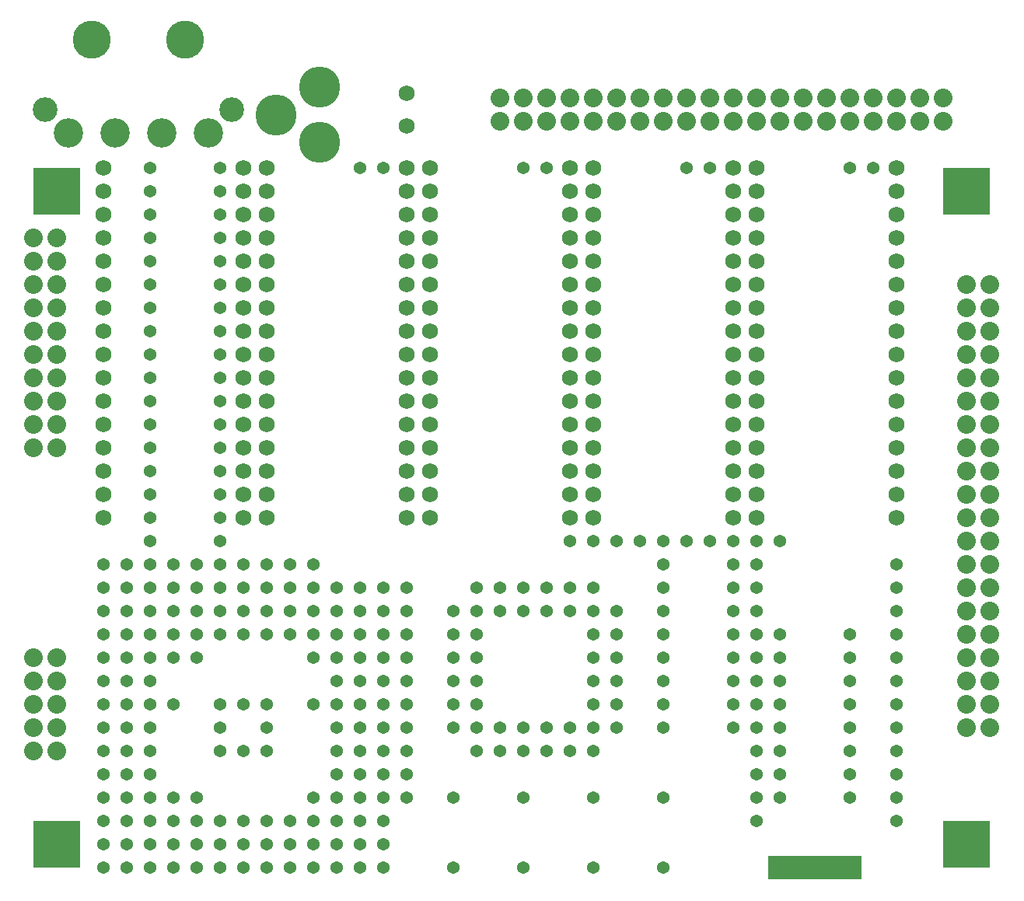
<source format=gbr>
G04 EAGLE Gerber RS-274X export*
G75*
%MOMM*%
%FSLAX34Y34*%
%LPD*%
%INSoldermask Top*%
%IPPOS*%
%AMOC8*
5,1,8,0,0,1.08239X$1,22.5*%
G01*
%ADD10C,4.152400*%
%ADD11R,10.160000X2.540000*%
%ADD12R,5.080000X5.080000*%
%ADD13C,1.371600*%
%ADD14C,1.752600*%
%ADD15C,2.032000*%
%ADD16C,2.692400*%
%ADD17C,4.140200*%
%ADD18C,3.200400*%
%ADD19C,4.470400*%


D10*
X38100Y749300D03*
X38100Y38100D03*
X1028700Y38100D03*
X1028700Y749300D03*
D11*
X863600Y12700D03*
D12*
X38100Y749300D03*
X38100Y38100D03*
X1028700Y38100D03*
X1028700Y749300D03*
D13*
X88900Y317500D03*
X114300Y317500D03*
X139700Y317500D03*
X165100Y317500D03*
X190500Y317500D03*
X215900Y317500D03*
X241300Y317500D03*
X266700Y317500D03*
X292100Y317500D03*
X317500Y317500D03*
X342900Y317500D03*
X368300Y317500D03*
X393700Y317500D03*
X393700Y292100D03*
X88900Y38100D03*
X88900Y63500D03*
X88900Y88900D03*
X88900Y114300D03*
X88900Y139700D03*
X88900Y165100D03*
X88900Y190500D03*
X88900Y215900D03*
X88900Y241300D03*
X88900Y292100D03*
X114300Y292100D03*
X139700Y292100D03*
X165100Y292100D03*
X190500Y292100D03*
X215900Y292100D03*
X241300Y292100D03*
X266700Y292100D03*
X292100Y292100D03*
X317500Y292100D03*
X342900Y292100D03*
X368300Y292100D03*
X393700Y241300D03*
X393700Y215900D03*
X393700Y190500D03*
X393700Y165100D03*
X393700Y139700D03*
X393700Y114300D03*
X393700Y88900D03*
X393700Y63500D03*
X393700Y38100D03*
X114300Y38100D03*
X114300Y63500D03*
X114300Y88900D03*
X114300Y114300D03*
X114300Y139700D03*
X114300Y165100D03*
X114300Y190500D03*
X114300Y215900D03*
X114300Y241300D03*
X114300Y12700D03*
X393700Y12700D03*
X368300Y12700D03*
X342900Y12700D03*
X317500Y12700D03*
X292100Y12700D03*
X266700Y12700D03*
X241300Y12700D03*
X215900Y12700D03*
X190500Y12700D03*
X165100Y12700D03*
X139700Y12700D03*
X393700Y266700D03*
X88900Y266700D03*
X368300Y266700D03*
X342900Y266700D03*
X317500Y266700D03*
X292100Y266700D03*
X266700Y266700D03*
X241300Y266700D03*
X215900Y266700D03*
X190500Y266700D03*
X165100Y266700D03*
X139700Y266700D03*
X114300Y266700D03*
X88900Y12700D03*
X139700Y38100D03*
X139700Y63500D03*
X139700Y88900D03*
X139700Y114300D03*
X139700Y139700D03*
X139700Y165100D03*
X139700Y190500D03*
X139700Y215900D03*
X139700Y241300D03*
X368300Y38100D03*
X368300Y63500D03*
X368300Y88900D03*
X368300Y114300D03*
X368300Y139700D03*
X368300Y165100D03*
X368300Y190500D03*
X368300Y215900D03*
X368300Y241300D03*
X165100Y38100D03*
X190500Y38100D03*
X215900Y38100D03*
X241300Y38100D03*
X266700Y38100D03*
X292100Y38100D03*
X317500Y38100D03*
X342900Y38100D03*
X342900Y63500D03*
X317500Y63500D03*
X292100Y63500D03*
X266700Y63500D03*
X241300Y63500D03*
X215900Y63500D03*
X190500Y63500D03*
X165100Y63500D03*
X342900Y165100D03*
X342900Y88900D03*
X342900Y114300D03*
X342900Y139700D03*
X342900Y190500D03*
X342900Y215900D03*
X342900Y241300D03*
X317500Y241300D03*
X317500Y88900D03*
X165100Y88900D03*
X165100Y241300D03*
X190500Y241300D03*
X317500Y190500D03*
X190500Y88900D03*
X165100Y190500D03*
X571500Y292100D03*
X546100Y317500D03*
X546100Y292100D03*
X520700Y317500D03*
X520700Y292100D03*
X495300Y317500D03*
X469900Y292100D03*
X495300Y292100D03*
X469900Y266700D03*
X495300Y266700D03*
X469900Y241300D03*
X495300Y241300D03*
X469900Y215900D03*
X495300Y215900D03*
X469900Y190500D03*
X495300Y190500D03*
X469900Y165100D03*
X495300Y139700D03*
X495300Y165100D03*
X520700Y139700D03*
X520700Y165100D03*
X546100Y139700D03*
X546100Y165100D03*
X571500Y139700D03*
X571500Y165100D03*
X596900Y139700D03*
X596900Y165100D03*
X622300Y139700D03*
X647700Y165100D03*
X622300Y165100D03*
X647700Y190500D03*
X622300Y190500D03*
X647700Y215900D03*
X622300Y215900D03*
X647700Y241300D03*
X622300Y241300D03*
X647700Y266700D03*
X622300Y266700D03*
X647700Y292100D03*
X622300Y317500D03*
X622300Y292100D03*
X596900Y317500D03*
X596900Y292100D03*
X571500Y317500D03*
D14*
X88900Y774700D03*
X88900Y749300D03*
X88900Y723900D03*
X88900Y698500D03*
X88900Y673100D03*
X88900Y647700D03*
X88900Y622300D03*
X88900Y596900D03*
X88900Y571500D03*
X88900Y546100D03*
X88900Y520700D03*
X88900Y495300D03*
X88900Y469900D03*
X88900Y444500D03*
X88900Y419100D03*
X88900Y393700D03*
X241300Y393700D03*
X241300Y419100D03*
X241300Y444500D03*
X241300Y469900D03*
X241300Y495300D03*
X241300Y520700D03*
X241300Y546100D03*
X241300Y571500D03*
X241300Y596900D03*
X241300Y622300D03*
X241300Y647700D03*
X241300Y673100D03*
X241300Y698500D03*
X241300Y723900D03*
X241300Y749300D03*
X241300Y774700D03*
X800100Y774700D03*
X800100Y749300D03*
X800100Y723900D03*
X800100Y698500D03*
X800100Y673100D03*
X800100Y647700D03*
X800100Y622300D03*
X800100Y596900D03*
X800100Y571500D03*
X800100Y546100D03*
X800100Y520700D03*
X800100Y495300D03*
X800100Y469900D03*
X800100Y444500D03*
X800100Y419100D03*
X800100Y393700D03*
X952500Y393700D03*
X952500Y419100D03*
X952500Y444500D03*
X952500Y469900D03*
X952500Y495300D03*
X952500Y520700D03*
X952500Y546100D03*
X952500Y571500D03*
X952500Y596900D03*
X952500Y622300D03*
X952500Y647700D03*
X952500Y673100D03*
X952500Y698500D03*
X952500Y723900D03*
X952500Y749300D03*
X952500Y774700D03*
X622300Y774700D03*
X622300Y749300D03*
X622300Y723900D03*
X622300Y698500D03*
X622300Y673100D03*
X622300Y647700D03*
X622300Y622300D03*
X622300Y596900D03*
X622300Y571500D03*
X622300Y546100D03*
X622300Y520700D03*
X622300Y495300D03*
X622300Y469900D03*
X622300Y444500D03*
X622300Y419100D03*
X622300Y393700D03*
X774700Y393700D03*
X774700Y419100D03*
X774700Y444500D03*
X774700Y469900D03*
X774700Y495300D03*
X774700Y520700D03*
X774700Y546100D03*
X774700Y571500D03*
X774700Y596900D03*
X774700Y622300D03*
X774700Y647700D03*
X774700Y673100D03*
X774700Y698500D03*
X774700Y723900D03*
X774700Y749300D03*
X774700Y774700D03*
X444500Y774700D03*
X444500Y749300D03*
X444500Y723900D03*
X444500Y698500D03*
X444500Y673100D03*
X444500Y647700D03*
X444500Y622300D03*
X444500Y596900D03*
X444500Y571500D03*
X444500Y546100D03*
X444500Y520700D03*
X444500Y495300D03*
X444500Y469900D03*
X444500Y444500D03*
X444500Y419100D03*
X444500Y393700D03*
X596900Y393700D03*
X596900Y419100D03*
X596900Y444500D03*
X596900Y469900D03*
X596900Y495300D03*
X596900Y520700D03*
X596900Y546100D03*
X596900Y571500D03*
X596900Y596900D03*
X596900Y622300D03*
X596900Y647700D03*
X596900Y673100D03*
X596900Y698500D03*
X596900Y723900D03*
X596900Y749300D03*
X596900Y774700D03*
X266700Y774700D03*
X266700Y749300D03*
X266700Y723900D03*
X266700Y698500D03*
X266700Y673100D03*
X266700Y647700D03*
X266700Y622300D03*
X266700Y596900D03*
X266700Y571500D03*
X266700Y546100D03*
X266700Y520700D03*
X266700Y495300D03*
X266700Y469900D03*
X266700Y444500D03*
X266700Y419100D03*
X266700Y393700D03*
X419100Y393700D03*
X419100Y419100D03*
X419100Y444500D03*
X419100Y469900D03*
X419100Y495300D03*
X419100Y520700D03*
X419100Y546100D03*
X419100Y571500D03*
X419100Y596900D03*
X419100Y622300D03*
X419100Y647700D03*
X419100Y673100D03*
X419100Y698500D03*
X419100Y723900D03*
X419100Y749300D03*
X419100Y774700D03*
D13*
X469900Y12700D03*
X546100Y12700D03*
X546100Y88900D03*
X469900Y88900D03*
D15*
X1054100Y165100D03*
X1028700Y165100D03*
X1054100Y190500D03*
X1028700Y190500D03*
X1054100Y215900D03*
X1028700Y215900D03*
X1054100Y241300D03*
X1028700Y241300D03*
X1054100Y266700D03*
X1028700Y266700D03*
X1054100Y292100D03*
X1028700Y292100D03*
X1054100Y317500D03*
X1028700Y317500D03*
X1054100Y342900D03*
X1028700Y342900D03*
X1054100Y368300D03*
X1028700Y368300D03*
X1054100Y393700D03*
X1028700Y393700D03*
X1054100Y419100D03*
X1028700Y419100D03*
X1054100Y444500D03*
X1028700Y444500D03*
X1054100Y469900D03*
X1028700Y469900D03*
X1054100Y495300D03*
X1028700Y495300D03*
X1054100Y520700D03*
X1028700Y520700D03*
X1054100Y546100D03*
X1028700Y546100D03*
X1054100Y571500D03*
X1028700Y571500D03*
X1054100Y596900D03*
X1028700Y596900D03*
X1054100Y622300D03*
X1028700Y622300D03*
X1054100Y647700D03*
X1028700Y647700D03*
D13*
X88900Y342900D03*
X114300Y342900D03*
X139700Y342900D03*
X165100Y342900D03*
X190500Y342900D03*
X215900Y342900D03*
X241300Y342900D03*
X266700Y342900D03*
X292100Y342900D03*
X317500Y342900D03*
D15*
X38100Y241300D03*
X12700Y241300D03*
X38100Y215900D03*
X12700Y215900D03*
X38100Y190500D03*
X12700Y190500D03*
X38100Y165100D03*
X12700Y165100D03*
X38100Y139700D03*
X12700Y139700D03*
D13*
X622300Y12700D03*
X698500Y12700D03*
X698500Y88900D03*
X622300Y88900D03*
X698500Y342900D03*
X698500Y317500D03*
X698500Y292100D03*
X698500Y266700D03*
X698500Y241300D03*
X698500Y215900D03*
X698500Y190500D03*
X698500Y165100D03*
X774700Y165100D03*
X774700Y190500D03*
X774700Y215900D03*
X774700Y241300D03*
X774700Y266700D03*
X774700Y292100D03*
X774700Y317500D03*
X774700Y342900D03*
X698500Y368300D03*
X723900Y368300D03*
X749300Y368300D03*
X774700Y368300D03*
X673100Y368300D03*
X647700Y368300D03*
X800100Y368300D03*
X825500Y368300D03*
X419100Y317500D03*
X419100Y292100D03*
X419100Y266700D03*
X419100Y241300D03*
X419100Y215900D03*
X419100Y190500D03*
X419100Y165100D03*
X419100Y139700D03*
X419100Y114300D03*
X419100Y88900D03*
X266700Y139700D03*
X241300Y139700D03*
X215900Y139700D03*
X215900Y165100D03*
X215900Y190500D03*
X241300Y190500D03*
X266700Y190500D03*
X266700Y165100D03*
X800100Y342900D03*
X800100Y317500D03*
X800100Y190500D03*
X800100Y165100D03*
X800100Y292100D03*
X800100Y266700D03*
X800100Y215900D03*
X800100Y241300D03*
X800100Y139700D03*
X800100Y114300D03*
X800100Y88900D03*
X800100Y63500D03*
X952500Y63500D03*
X952500Y88900D03*
X952500Y114300D03*
X952500Y139700D03*
X952500Y165100D03*
X952500Y190500D03*
X952500Y215900D03*
X952500Y241300D03*
X952500Y266700D03*
X952500Y292100D03*
X952500Y317500D03*
X952500Y342900D03*
X825500Y266700D03*
X825500Y241300D03*
X825500Y114300D03*
X825500Y88900D03*
X825500Y215900D03*
X825500Y190500D03*
X825500Y139700D03*
X825500Y165100D03*
X901700Y88900D03*
X901700Y114300D03*
X901700Y139700D03*
X901700Y165100D03*
X901700Y190500D03*
X901700Y215900D03*
X901700Y241300D03*
X901700Y266700D03*
X139700Y596900D03*
X139700Y571500D03*
X139700Y444500D03*
X139700Y419100D03*
X139700Y546100D03*
X139700Y520700D03*
X139700Y469900D03*
X139700Y495300D03*
X139700Y393700D03*
X139700Y368300D03*
X215900Y368300D03*
X215900Y393700D03*
X215900Y419100D03*
X215900Y444500D03*
X215900Y469900D03*
X215900Y495300D03*
X215900Y520700D03*
X215900Y546100D03*
X215900Y571500D03*
X215900Y596900D03*
X139700Y774700D03*
X139700Y749300D03*
X139700Y622300D03*
X215900Y622300D03*
X139700Y723900D03*
X139700Y698500D03*
X139700Y647700D03*
X139700Y673100D03*
X215900Y647700D03*
X215900Y673100D03*
X215900Y698500D03*
X215900Y723900D03*
X215900Y749300D03*
X215900Y774700D03*
D15*
X38100Y469900D03*
X12700Y469900D03*
X38100Y495300D03*
X12700Y495300D03*
X38100Y520700D03*
X12700Y520700D03*
X38100Y546100D03*
X12700Y546100D03*
X38100Y571500D03*
X12700Y571500D03*
X38100Y596900D03*
X12700Y596900D03*
X38100Y622300D03*
X12700Y622300D03*
X38100Y647700D03*
X12700Y647700D03*
X38100Y673100D03*
X12700Y673100D03*
X38100Y698500D03*
X12700Y698500D03*
D13*
X596900Y368300D03*
X622300Y368300D03*
X393700Y774700D03*
X368300Y774700D03*
X571500Y774700D03*
X546100Y774700D03*
X749300Y774700D03*
X723900Y774700D03*
X927100Y774700D03*
X901700Y774700D03*
D15*
X1003300Y850900D03*
X1003300Y825500D03*
X977900Y850900D03*
X977900Y825500D03*
X952500Y850900D03*
X952500Y825500D03*
X927100Y850900D03*
X927100Y825500D03*
X901700Y850900D03*
X901700Y825500D03*
X876300Y850900D03*
X876300Y825500D03*
X850900Y850900D03*
X850900Y825500D03*
X825500Y850900D03*
X825500Y825500D03*
X800100Y850900D03*
X800100Y825500D03*
X774700Y850900D03*
X774700Y825500D03*
X749300Y850900D03*
X749300Y825500D03*
X723900Y850900D03*
X723900Y825500D03*
X698500Y850900D03*
X698500Y825500D03*
X673100Y850900D03*
X673100Y825500D03*
X647700Y850900D03*
X647700Y825500D03*
X622300Y850900D03*
X622300Y825500D03*
X596900Y850900D03*
X596900Y825500D03*
X571500Y850900D03*
X571500Y825500D03*
X546100Y850900D03*
X546100Y825500D03*
X520700Y850900D03*
X520700Y825500D03*
D14*
X419100Y820420D03*
X419100Y855980D03*
D16*
X25400Y838200D03*
X228600Y838200D03*
D17*
X76200Y914400D03*
X177800Y914400D03*
D18*
X50800Y812800D03*
X101600Y812800D03*
X152400Y812800D03*
X203200Y812800D03*
D19*
X323850Y802800D03*
X323850Y862800D03*
X276850Y832800D03*
M02*

</source>
